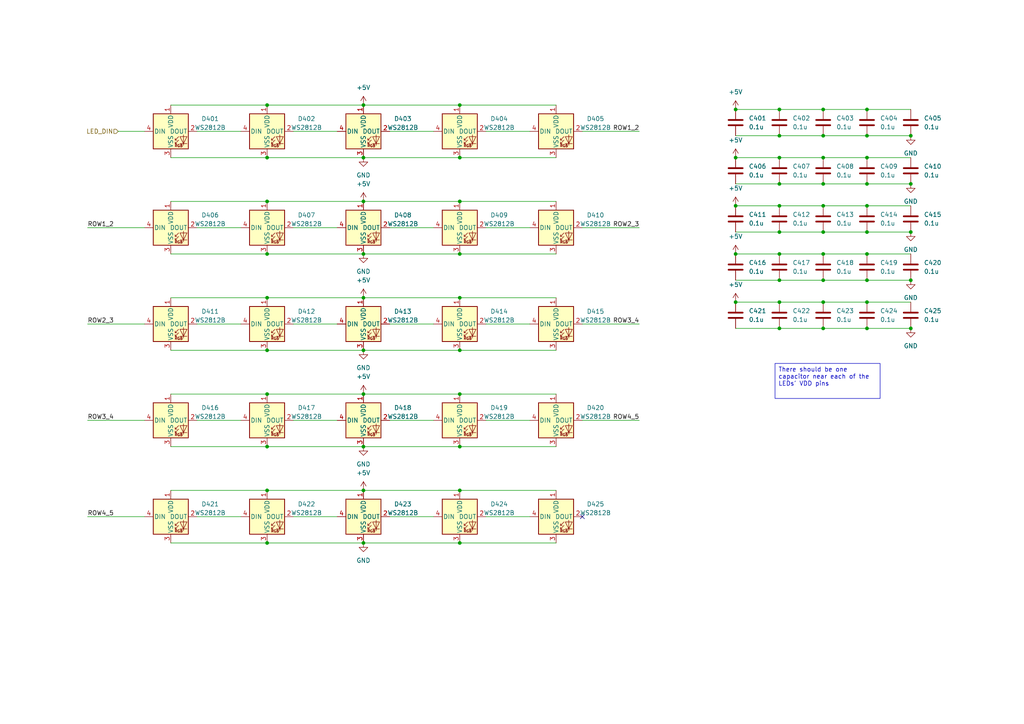
<source format=kicad_sch>
(kicad_sch (version 20230121) (generator eeschema)
  (paper "A4")
  (lib_symbols
    (symbol "Device:C" (pin_numbers hide) (pin_names (offset 0.254))
      (property "Reference" "C" (at 0.635 2.54 0))
      (property "Value" "C" (at 0.635 -2.54 0))
      (symbol "C_0_1"
        (polyline (pts (xy -2.032 -0.762) (xy 2.032 -0.762)) (stroke (width 0.508)))
        (polyline (pts (xy -2.032 0.762) (xy 2.032 0.762)) (stroke (width 0.508)))
      )
      (symbol "C_1_1"
        (pin passive line (at 0 3.81 270) (length 2.794) (name "~") (number "1"))
        (pin passive line (at 0 -3.81 90) (length 2.794) (name "~") (number "2"))
      )
    )
    (symbol "LED:WS2812B" (pin_names (offset 0.254))
      (property "Reference" "D" (at 5.08 5.715 0))
      (property "Value" "WS2812B" (at 1.27 -5.715 0))
      (symbol "WS2812B_0_0"
        (text "RGB" (at 2.286 -4.191 0) (effects (font (size 0.762 0.762))))
      )
      (symbol "WS2812B_0_1"
        (polyline (pts (xy 1.27 -3.556) (xy 1.778 -3.556)))
        (polyline (pts (xy 1.27 -2.54) (xy 1.778 -2.54)))
        (polyline (pts (xy 4.699 -3.556) (xy 2.667 -3.556)))
        (polyline (pts (xy 2.286 -2.54) (xy 1.27 -3.556) (xy 1.27 -3.048)))
        (polyline (pts (xy 2.286 -1.524) (xy 1.27 -2.54) (xy 1.27 -2.032)))
        (polyline (pts (xy 3.683 -1.016) (xy 3.683 -3.556) (xy 3.683 -4.064)))
        (polyline (pts (xy 4.699 -1.524) (xy 2.667 -1.524) (xy 3.683 -3.556) (xy 4.699 -1.524)))
        (rectangle (start 5.08 5.08) (end -5.08 -5.08) (stroke (width 0.254)) (fill (type background)))
      )
      (symbol "WS2812B_1_1"
        (pin power_in line (at 0 7.62 270) (length 2.54) (name "VDD") (number "1"))
        (pin output line (at 7.62 0 180) (length 2.54) (name "DOUT") (number "2"))
        (pin power_in line (at 0 -7.62 90) (length 2.54) (name "VSS") (number "3"))
        (pin input line (at -7.62 0 0) (length 2.54) (name "DIN") (number "4"))
      )
    )
    (symbol "power:+5V" (power) (pin_names (offset 0))
      (property "Value" "+5V" (at 0 3.556 0))
      (symbol "+5V_0_1"
        (polyline (pts (xy -0.762 1.27) (xy 0 2.54)))
        (polyline (pts (xy 0 0) (xy 0 2.54)))
        (polyline (pts (xy 0 2.54) (xy 0.762 1.27)))
      )
      (symbol "+5V_1_1"
        (pin power_in line (at 0 0 90) (length 0) hide (name "+5V") (number "1"))
      )
    )
    (symbol "power:GND" (power) (pin_names (offset 0))
      (property "Value" "GND" (at 0 -3.81 0))
      (symbol "GND_0_1"
        (polyline (pts (xy 0 0) (xy 0 -1.27) (xy 1.27 -1.27) (xy 0 -2.54) (xy -1.27 -1.27) (xy 0 -1.27)))
      )
      (symbol "GND_1_1"
        (pin power_in line (at 0 0 270) (length 0) hide (name "GND") (number "1"))
      )
    )
  )
  (junction (at 251.46 73.66))
  (junction (at 226.06 87.63))
  (junction (at 133.35 129.54))
  (junction (at 77.47 58.42))
  (junction (at 264.16 67.31))
  (junction (at 238.76 39.37))
  (junction (at 238.76 87.63))
  (junction (at 251.46 45.72))
  (junction (at 226.06 67.31))
  (junction (at 105.41 142.24))
  (junction (at 133.35 114.3))
  (junction (at 133.35 58.42))
  (junction (at 105.41 114.3))
  (junction (at 226.06 81.28))
  (junction (at 238.76 67.31))
  (junction (at 77.47 157.48))
  (junction (at 105.41 45.72))
  (junction (at 264.16 39.37))
  (junction (at 264.16 81.28))
  (junction (at 213.36 87.63))
  (junction (at 251.46 53.34))
  (junction (at 264.16 95.25))
  (junction (at 133.35 73.66))
  (junction (at 226.06 53.34))
  (junction (at 213.36 45.72))
  (junction (at 251.46 87.63))
  (junction (at 251.46 59.69))
  (junction (at 226.06 39.37))
  (junction (at 238.76 95.25))
  (junction (at 133.35 30.48))
  (junction (at 213.36 59.69))
  (junction (at 77.47 142.24))
  (junction (at 133.35 45.72))
  (junction (at 238.76 73.66))
  (junction (at 238.76 53.34))
  (junction (at 213.36 31.75))
  (junction (at 133.35 142.24))
  (junction (at 251.46 95.25))
  (junction (at 213.36 73.66))
  (junction (at 251.46 67.31))
  (junction (at 77.47 30.48))
  (junction (at 77.47 114.3))
  (junction (at 238.76 59.69))
  (junction (at 251.46 31.75))
  (junction (at 264.16 53.34))
  (junction (at 238.76 45.72))
  (junction (at 133.35 86.36))
  (junction (at 105.41 86.36))
  (junction (at 226.06 95.25))
  (junction (at 226.06 73.66))
  (junction (at 238.76 31.75))
  (junction (at 251.46 81.28))
  (junction (at 77.47 45.72))
  (junction (at 226.06 45.72))
  (junction (at 105.41 101.6))
  (junction (at 226.06 31.75))
  (junction (at 105.41 157.48))
  (junction (at 77.47 73.66))
  (junction (at 238.76 81.28))
  (junction (at 105.41 129.54))
  (junction (at 226.06 59.69))
  (junction (at 105.41 73.66))
  (junction (at 77.47 86.36))
  (junction (at 251.46 39.37))
  (junction (at 105.41 58.42))
  (junction (at 105.41 30.48))
  (junction (at 133.35 157.48))
  (junction (at 77.47 129.54))
  (junction (at 77.47 101.6))
  (junction (at 133.35 101.6))
  (no_connect (at 168.91 149.86))
  (wire (pts (xy 213.36 31.75) (xy 226.06 31.75)))
  (wire (pts (xy 49.53 114.3) (xy 77.47 114.3)))
  (wire (pts (xy 226.06 73.66) (xy 238.76 73.66)))
  (wire (pts (xy 213.36 45.72) (xy 226.06 45.72)))
  (wire (pts (xy 34.29 38.1) (xy 41.91 38.1)))
  (wire (pts (xy 251.46 39.37) (xy 264.16 39.37)))
  (wire (pts (xy 251.46 31.75) (xy 264.16 31.75)))
  (wire (pts (xy 85.09 93.98) (xy 97.79 93.98)))
  (wire (pts (xy 140.97 38.1) (xy 153.67 38.1)))
  (wire (pts (xy 85.09 38.1) (xy 97.79 38.1)))
  (wire (pts (xy 57.15 38.1) (xy 69.85 38.1)))
  (wire (pts (xy 251.46 95.25) (xy 264.16 95.25)))
  (wire (pts (xy 213.36 39.37) (xy 226.06 39.37)))
  (wire (pts (xy 77.47 142.24) (xy 105.41 142.24)))
  (wire (pts (xy 133.35 86.36) (xy 161.29 86.36)))
  (wire (pts (xy 238.76 39.37) (xy 251.46 39.37)))
  (wire (pts (xy 133.35 114.3) (xy 161.29 114.3)))
  (wire (pts (xy 105.41 142.24) (xy 133.35 142.24)))
  (wire (pts (xy 49.53 86.36) (xy 77.47 86.36)))
  (wire (pts (xy 41.91 149.86) (xy 25.4 149.86)))
  (wire (pts (xy 168.91 93.98) (xy 185.42 93.98)))
  (wire (pts (xy 77.47 73.66) (xy 105.41 73.66)))
  (wire (pts (xy 140.97 93.98) (xy 153.67 93.98)))
  (wire (pts (xy 213.36 73.66) (xy 226.06 73.66)))
  (wire (pts (xy 238.76 67.31) (xy 251.46 67.31)))
  (wire (pts (xy 226.06 31.75) (xy 238.76 31.75)))
  (wire (pts (xy 226.06 67.31) (xy 238.76 67.31)))
  (wire (pts (xy 133.35 129.54) (xy 161.29 129.54)))
  (wire (pts (xy 105.41 58.42) (xy 133.35 58.42)))
  (wire (pts (xy 238.76 73.66) (xy 251.46 73.66)))
  (wire (pts (xy 77.47 129.54) (xy 105.41 129.54)))
  (wire (pts (xy 49.53 142.24) (xy 77.47 142.24)))
  (wire (pts (xy 133.35 157.48) (xy 161.29 157.48)))
  (wire (pts (xy 251.46 87.63) (xy 264.16 87.63)))
  (wire (pts (xy 77.47 157.48) (xy 105.41 157.48)))
  (wire (pts (xy 49.53 45.72) (xy 77.47 45.72)))
  (wire (pts (xy 251.46 45.72) (xy 264.16 45.72)))
  (wire (pts (xy 113.03 121.92) (xy 125.73 121.92)))
  (wire (pts (xy 49.53 73.66) (xy 77.47 73.66)))
  (wire (pts (xy 213.36 59.69) (xy 226.06 59.69)))
  (wire (pts (xy 140.97 66.04) (xy 153.67 66.04)))
  (wire (pts (xy 213.36 81.28) (xy 226.06 81.28)))
  (wire (pts (xy 238.76 59.69) (xy 251.46 59.69)))
  (wire (pts (xy 77.47 114.3) (xy 105.41 114.3)))
  (wire (pts (xy 133.35 58.42) (xy 161.29 58.42)))
  (wire (pts (xy 113.03 149.86) (xy 125.73 149.86)))
  (wire (pts (xy 226.06 45.72) (xy 238.76 45.72)))
  (wire (pts (xy 77.47 30.48) (xy 105.41 30.48)))
  (wire (pts (xy 213.36 67.31) (xy 226.06 67.31)))
  (wire (pts (xy 140.97 121.92) (xy 153.67 121.92)))
  (wire (pts (xy 85.09 121.92) (xy 97.79 121.92)))
  (wire (pts (xy 226.06 81.28) (xy 238.76 81.28)))
  (wire (pts (xy 251.46 81.28) (xy 264.16 81.28)))
  (wire (pts (xy 77.47 86.36) (xy 105.41 86.36)))
  (wire (pts (xy 49.53 30.48) (xy 77.47 30.48)))
  (wire (pts (xy 213.36 95.25) (xy 226.06 95.25)))
  (wire (pts (xy 77.47 45.72) (xy 105.41 45.72)))
  (wire (pts (xy 226.06 39.37) (xy 238.76 39.37)))
  (wire (pts (xy 77.47 101.6) (xy 105.41 101.6)))
  (wire (pts (xy 251.46 53.34) (xy 264.16 53.34)))
  (wire (pts (xy 49.53 101.6) (xy 77.47 101.6)))
  (wire (pts (xy 213.36 53.34) (xy 226.06 53.34)))
  (wire (pts (xy 226.06 59.69) (xy 238.76 59.69)))
  (wire (pts (xy 238.76 81.28) (xy 251.46 81.28)))
  (wire (pts (xy 226.06 87.63) (xy 238.76 87.63)))
  (wire (pts (xy 133.35 45.72) (xy 161.29 45.72)))
  (wire (pts (xy 57.15 93.98) (xy 69.85 93.98)))
  (wire (pts (xy 105.41 157.48) (xy 133.35 157.48)))
  (wire (pts (xy 57.15 121.92) (xy 69.85 121.92)))
  (wire (pts (xy 57.15 66.04) (xy 69.85 66.04)))
  (wire (pts (xy 85.09 66.04) (xy 97.79 66.04)))
  (wire (pts (xy 168.91 66.04) (xy 185.42 66.04)))
  (wire (pts (xy 105.41 45.72) (xy 133.35 45.72)))
  (wire (pts (xy 77.47 58.42) (xy 105.41 58.42)))
  (wire (pts (xy 251.46 59.69) (xy 264.16 59.69)))
  (wire (pts (xy 168.91 38.1) (xy 185.42 38.1)))
  (wire (pts (xy 105.41 101.6) (xy 133.35 101.6)))
  (wire (pts (xy 226.06 53.34) (xy 238.76 53.34)))
  (wire (pts (xy 41.91 66.04) (xy 25.4 66.04)))
  (wire (pts (xy 133.35 30.48) (xy 161.29 30.48)))
  (wire (pts (xy 140.97 149.86) (xy 153.67 149.86)))
  (wire (pts (xy 105.41 30.48) (xy 133.35 30.48)))
  (wire (pts (xy 49.53 129.54) (xy 77.47 129.54)))
  (wire (pts (xy 251.46 67.31) (xy 264.16 67.31)))
  (wire (pts (xy 57.15 149.86) (xy 69.85 149.86)))
  (wire (pts (xy 105.41 114.3) (xy 133.35 114.3)))
  (wire (pts (xy 49.53 157.48) (xy 77.47 157.48)))
  (wire (pts (xy 113.03 93.98) (xy 125.73 93.98)))
  (wire (pts (xy 85.09 149.86) (xy 97.79 149.86)))
  (wire (pts (xy 238.76 31.75) (xy 251.46 31.75)))
  (wire (pts (xy 133.35 101.6) (xy 161.29 101.6)))
  (wire (pts (xy 251.46 73.66) (xy 264.16 73.66)))
  (wire (pts (xy 113.03 38.1) (xy 125.73 38.1)))
  (wire (pts (xy 133.35 73.66) (xy 161.29 73.66)))
  (wire (pts (xy 105.41 73.66) (xy 133.35 73.66)))
  (wire (pts (xy 238.76 95.25) (xy 251.46 95.25)))
  (wire (pts (xy 49.53 58.42) (xy 77.47 58.42)))
  (wire (pts (xy 238.76 45.72) (xy 251.46 45.72)))
  (wire (pts (xy 105.41 86.36) (xy 133.35 86.36)))
  (wire (pts (xy 105.41 129.54) (xy 133.35 129.54)))
  (wire (pts (xy 113.03 66.04) (xy 125.73 66.04)))
  (wire (pts (xy 238.76 87.63) (xy 251.46 87.63)))
  (wire (pts (xy 41.91 121.92) (xy 25.4 121.92)))
  (wire (pts (xy 41.91 93.98) (xy 25.4 93.98)))
  (wire (pts (xy 168.91 121.92) (xy 185.42 121.92)))
  (wire (pts (xy 226.06 95.25) (xy 238.76 95.25)))
  (wire (pts (xy 133.35 142.24) (xy 161.29 142.24)))
  (wire (pts (xy 238.76 53.34) (xy 251.46 53.34)))
  (wire (pts (xy 213.36 87.63) (xy 226.06 87.63)))
  (text_box "There should be one capacitor near each of the LEDs' VDD pins" (at 224.79 105.41 0) (size 30.48 10.16) (effects (font (size 1.27 1.27)) (justify left top)))
  (label "ROW1_2" (at 185.42 38.1 180))
  (label "ROW1_2" (at 25.4 66.04 0))
  (label "ROW3_4" (at 185.42 93.98 180))
  (label "ROW2_3" (at 185.42 66.04 180))
  (label "ROW4_5" (at 185.42 121.92 180))
  (label "ROW3_4" (at 25.4 121.92 0))
  (label "ROW2_3" (at 25.4 93.98 0))
  (label "ROW4_5" (at 25.4 149.86 0))
  (hierarchical_label "LED_DIN" (shape input) (at 34.29 38.1 180))
  (symbol (lib_id "Device:C") (at 264.16 91.44 0) (unit 1)
    (property "Reference" "C425" (at 267.97 90.17 0) (effects (justify left)))
    (property "Value" "0.1u" (at 267.97 92.71 0) (effects (justify left)))
    (property "Description" "CAP CER 0.1u 10V" (effects hide))
  )
  (symbol (lib_id "Device:C") (at 251.46 49.53 0) (unit 1)
    (property "Reference" "C409" (at 255.27 48.26 0) (effects (justify left)))
    (property "Value" "0.1u" (at 255.27 50.8 0) (effects (justify left)))
    (property "Description" "CAP CER 0.1u 10V" (effects hide))
  )
  (symbol (lib_id "Device:C") (at 213.36 49.53 0) (unit 1)
    (property "Reference" "C406" (at 217.17 48.26 0) (effects (justify left)))
    (property "Value" "0.1u" (at 217.17 50.8 0) (effects (justify left)))
    (property "Description" "CAP CER 0.1u 10V" (effects hide))
  )
  (symbol (lib_id "power:+5V") (at 213.36 31.75 0) (unit 1)
    (property "Reference" "#PWR0416" (effects hide))
    (property "Value" "+5V" (at 213.36 26.67 0))
  )
  (symbol (lib_id "power:GND") (at 105.41 157.48 0) (unit 1)
    (property "Reference" "#PWR0410" (effects hide))
    (property "Value" "GND" (at 105.41 162.56 0))
  )
  (symbol (lib_id "LED:WS2812B") (at 161.29 66.04 0) (unit 1)
    (property "Reference" "D410" (at 172.72 62.3921 0))
    (property "Value" "WS2812B" (at 172.72 64.9321 0))
    (property "Footprint" "LED_SMD:LED_WS2812B_PLCC4_5.0x5.0mm_P3.2mm" (effects hide))
    (property "Datasheet" "https://cdn-shop.adafruit.com/datasheets/WS2812B.pdf" (effects hide))
  )
  (symbol (lib_id "LED:WS2812B") (at 161.29 93.98 0) (unit 1)
    (property "Reference" "D415" (at 172.72 90.3321 0))
    (property "Value" "WS2812B" (at 172.72 92.8721 0))
    (property "Footprint" "LED_SMD:LED_WS2812B_PLCC4_5.0x5.0mm_P3.2mm" (effects hide))
    (property "Datasheet" "https://cdn-shop.adafruit.com/datasheets/WS2812B.pdf" (effects hide))
  )
  (symbol (lib_id "LED:WS2812B") (at 105.41 66.04 0) (unit 1)
    (property "Reference" "D408" (at 116.84 62.3921 0))
    (property "Value" "WS2812B" (at 116.84 64.9321 0))
    (property "Footprint" "LED_SMD:LED_WS2812B_PLCC4_5.0x5.0mm_P3.2mm" (effects hide))
    (property "Datasheet" "https://cdn-shop.adafruit.com/datasheets/WS2812B.pdf" (effects hide))
  )
  (symbol (lib_id "power:GND") (at 264.16 53.34 0) (unit 1)
    (property "Reference" "#PWR0412" (effects hide))
    (property "Value" "GND" (at 264.16 58.42 0))
  )
  (symbol (lib_id "Device:C") (at 251.46 35.56 0) (unit 1)
    (property "Reference" "C404" (at 255.27 34.29 0) (effects (justify left)))
    (property "Value" "0.1u" (at 255.27 36.83 0) (effects (justify left)))
    (property "Description" "CAP CER 0.1u 10V" (effects hide))
  )
  (symbol (lib_id "LED:WS2812B") (at 133.35 66.04 0) (unit 1)
    (property "Reference" "D409" (at 144.78 62.3921 0))
    (property "Value" "WS2812B" (at 144.78 64.9321 0))
    (property "Footprint" "LED_SMD:LED_WS2812B_PLCC4_5.0x5.0mm_P3.2mm" (effects hide))
    (property "Datasheet" "https://cdn-shop.adafruit.com/datasheets/WS2812B.pdf" (effects hide))
  )
  (symbol (lib_id "Device:C") (at 264.16 49.53 0) (unit 1)
    (property "Reference" "C410" (at 267.97 48.26 0) (effects (justify left)))
    (property "Value" "0.1u" (at 267.97 50.8 0) (effects (justify left)))
    (property "Description" "CAP CER 0.1u 10V" (effects hide))
  )
  (symbol (lib_id "power:GND") (at 264.16 39.37 0) (unit 1)
    (property "Reference" "#PWR0411" (effects hide))
    (property "Value" "GND" (at 264.16 44.45 0))
  )
  (symbol (lib_id "LED:WS2812B") (at 49.53 93.98 0) (unit 1)
    (property "Reference" "D411" (at 60.96 90.3321 0))
    (property "Value" "WS2812B" (at 60.96 92.8721 0))
    (property "Footprint" "LED_SMD:LED_WS2812B_PLCC4_5.0x5.0mm_P3.2mm" (effects hide))
    (property "Datasheet" "https://cdn-shop.adafruit.com/datasheets/WS2812B.pdf" (effects hide))
  )
  (symbol (lib_id "Device:C") (at 226.06 63.5 0) (unit 1)
    (property "Reference" "C412" (at 229.87 62.23 0) (effects (justify left)))
    (property "Value" "0.1u" (at 229.87 64.77 0) (effects (justify left)))
    (property "Description" "CAP CER 0.1u 10V" (effects hide))
  )
  (symbol (lib_id "power:GND") (at 264.16 95.25 0) (unit 1)
    (property "Reference" "#PWR0415" (effects hide))
    (property "Value" "GND" (at 264.16 100.33 0))
  )
  (symbol (lib_id "LED:WS2812B") (at 133.35 93.98 0) (unit 1)
    (property "Reference" "D414" (at 144.78 90.3321 0))
    (property "Value" "WS2812B" (at 144.78 92.8721 0))
    (property "Footprint" "LED_SMD:LED_WS2812B_PLCC4_5.0x5.0mm_P3.2mm" (effects hide))
    (property "Datasheet" "https://cdn-shop.adafruit.com/datasheets/WS2812B.pdf" (effects hide))
  )
  (symbol (lib_id "Device:C") (at 238.76 35.56 0) (unit 1)
    (property "Reference" "C403" (at 242.57 34.29 0) (effects (justify left)))
    (property "Value" "0.1u" (at 242.57 36.83 0) (effects (justify left)))
    (property "Description" "CAP CER 0.1u 10V" (effects hide))
  )
  (symbol (lib_id "LED:WS2812B") (at 77.47 38.1 0) (unit 1)
    (property "Reference" "D402" (at 88.9 34.4521 0))
    (property "Value" "WS2812B" (at 88.9 36.9921 0))
    (property "Footprint" "LED_SMD:LED_WS2812B_PLCC4_5.0x5.0mm_P3.2mm" (effects hide))
    (property "Datasheet" "https://cdn-shop.adafruit.com/datasheets/WS2812B.pdf" (effects hide))
  )
  (symbol (lib_id "LED:WS2812B") (at 49.53 66.04 0) (unit 1)
    (property "Reference" "D406" (at 60.96 62.3921 0))
    (property "Value" "WS2812B" (at 60.96 64.9321 0))
    (property "Footprint" "LED_SMD:LED_WS2812B_PLCC4_5.0x5.0mm_P3.2mm" (effects hide))
    (property "Datasheet" "https://cdn-shop.adafruit.com/datasheets/WS2812B.pdf" (effects hide))
  )
  (symbol (lib_id "power:+5V") (at 213.36 73.66 0) (unit 1)
    (property "Reference" "#PWR0419" (effects hide))
    (property "Value" "+5V" (at 213.36 68.58 0))
  )
  (symbol (lib_id "power:+5V") (at 213.36 59.69 0) (unit 1)
    (property "Reference" "#PWR0418" (effects hide))
    (property "Value" "+5V" (at 213.36 54.61 0))
  )
  (symbol (lib_id "power:+5V") (at 105.41 142.24 0) (unit 1)
    (property "Reference" "#PWR0409" (effects hide))
    (property "Value" "+5V" (at 105.41 137.16 0))
  )
  (symbol (lib_id "Device:C") (at 238.76 63.5 0) (unit 1)
    (property "Reference" "C413" (at 242.57 62.23 0) (effects (justify left)))
    (property "Value" "0.1u" (at 242.57 64.77 0) (effects (justify left)))
    (property "Description" "CAP CER 0.1u 10V" (effects hide))
  )
  (symbol (lib_id "power:GND") (at 105.41 129.54 0) (unit 1)
    (property "Reference" "#PWR0408" (effects hide))
    (property "Value" "GND" (at 105.41 134.62 0))
  )
  (symbol (lib_id "LED:WS2812B") (at 133.35 38.1 0) (unit 1)
    (property "Reference" "D404" (at 144.78 34.4521 0))
    (property "Value" "WS2812B" (at 144.78 36.9921 0))
    (property "Footprint" "LED_SMD:LED_WS2812B_PLCC4_5.0x5.0mm_P3.2mm" (effects hide))
    (property "Datasheet" "https://cdn-shop.adafruit.com/datasheets/WS2812B.pdf" (effects hide))
  )
  (symbol (lib_id "Device:C") (at 264.16 35.56 0) (unit 1)
    (property "Reference" "C405" (at 267.97 34.29 0) (effects (justify left)))
    (property "Value" "0.1u" (at 267.97 36.83 0) (effects (justify left)))
    (property "Description" "CAP CER 0.1u 10V" (effects hide))
  )
  (symbol (lib_id "Device:C") (at 251.46 91.44 0) (unit 1)
    (property "Reference" "C424" (at 255.27 90.17 0) (effects (justify left)))
    (property "Value" "0.1u" (at 255.27 92.71 0) (effects (justify left)))
    (property "Description" "CAP CER 0.1u 10V" (effects hide))
  )
  (symbol (lib_id "Device:C") (at 238.76 77.47 0) (unit 1)
    (property "Reference" "C418" (at 242.57 76.2 0) (effects (justify left)))
    (property "Value" "0.1u" (at 242.57 78.74 0) (effects (justify left)))
    (property "Description" "CAP CER 0.1u 10V" (effects hide))
  )
  (symbol (lib_id "LED:WS2812B") (at 161.29 121.92 0) (unit 1)
    (property "Reference" "D420" (at 172.72 118.2721 0))
    (property "Value" "WS2812B" (at 172.72 120.8121 0))
    (property "Footprint" "LED_SMD:LED_WS2812B_PLCC4_5.0x5.0mm_P3.2mm" (effects hide))
    (property "Datasheet" "https://cdn-shop.adafruit.com/datasheets/WS2812B.pdf" (effects hide))
  )
  (symbol (lib_id "Device:C") (at 264.16 77.47 0) (unit 1)
    (property "Reference" "C420" (at 267.97 76.2 0) (effects (justify left)))
    (property "Value" "0.1u" (at 267.97 78.74 0) (effects (justify left)))
    (property "Description" "CAP CER 0.1u 10V" (effects hide))
  )
  (symbol (lib_id "Device:C") (at 213.36 35.56 0) (unit 1)
    (property "Reference" "C401" (at 217.17 34.29 0) (effects (justify left)))
    (property "Value" "0.1u" (at 217.17 36.83 0) (effects (justify left)))
    (property "Description" "CAP CER 0.1u 10V" (effects hide))
  )
  (symbol (lib_id "LED:WS2812B") (at 49.53 38.1 0) (unit 1)
    (property "Reference" "D401" (at 60.96 34.4521 0))
    (property "Value" "WS2812B" (at 60.96 36.9921 0))
    (property "Footprint" "LED_SMD:LED_WS2812B_PLCC4_5.0x5.0mm_P3.2mm" (effects hide))
    (property "Datasheet" "https://cdn-shop.adafruit.com/datasheets/WS2812B.pdf" (effects hide))
  )
  (symbol (lib_id "LED:WS2812B") (at 105.41 149.86 0) (unit 1)
    (property "Reference" "D423" (at 116.84 146.2121 0))
    (property "Value" "WS2812B" (at 116.84 148.7521 0))
    (property "Footprint" "LED_SMD:LED_WS2812B_PLCC4_5.0x5.0mm_P3.2mm" (effects hide))
    (property "Datasheet" "https://cdn-shop.adafruit.com/datasheets/WS2812B.pdf" (effects hide))
  )
  (symbol (lib_id "Device:C") (at 251.46 63.5 0) (unit 1)
    (property "Reference" "C414" (at 255.27 62.23 0) (effects (justify left)))
    (property "Value" "0.1u" (at 255.27 64.77 0) (effects (justify left)))
    (property "Description" "CAP CER 0.1u 10V" (effects hide))
  )
  (symbol (lib_id "LED:WS2812B") (at 133.35 121.92 0) (unit 1)
    (property "Reference" "D419" (at 144.78 118.2721 0))
    (property "Value" "WS2812B" (at 144.78 120.8121 0))
    (property "Footprint" "LED_SMD:LED_WS2812B_PLCC4_5.0x5.0mm_P3.2mm" (effects hide))
    (property "Datasheet" "https://cdn-shop.adafruit.com/datasheets/WS2812B.pdf" (effects hide))
  )
  (symbol (lib_id "Device:C") (at 226.06 35.56 0) (unit 1)
    (property "Reference" "C402" (at 229.87 34.29 0) (effects (justify left)))
    (property "Value" "0.1u" (at 229.87 36.83 0) (effects (justify left)))
    (property "Description" "CAP CER 0.1u 10V" (effects hide))
  )
  (symbol (lib_id "Device:C") (at 213.36 77.47 0) (unit 1)
    (property "Reference" "C416" (at 217.17 76.2 0) (effects (justify left)))
    (property "Value" "0.1u" (at 217.17 78.74 0) (effects (justify left)))
    (property "Description" "CAP CER 0.1u 10V" (effects hide))
  )
  (symbol (lib_id "power:GND") (at 105.41 73.66 0) (unit 1)
    (property "Reference" "#PWR0404" (effects hide))
    (property "Value" "GND" (at 105.41 78.74 0))
  )
  (symbol (lib_id "LED:WS2812B") (at 77.47 121.92 0) (unit 1)
    (property "Reference" "D417" (at 88.9 118.2721 0))
    (property "Value" "WS2812B" (at 88.9 120.8121 0))
    (property "Footprint" "LED_SMD:LED_WS2812B_PLCC4_5.0x5.0mm_P3.2mm" (effects hide))
    (property "Datasheet" "https://cdn-shop.adafruit.com/datasheets/WS2812B.pdf" (effects hide))
  )
  (symbol (lib_id "power:GND") (at 105.41 45.72 0) (unit 1)
    (property "Reference" "#PWR0402" (effects hide))
    (property "Value" "GND" (at 105.41 50.8 0))
  )
  (symbol (lib_id "LED:WS2812B") (at 161.29 149.86 0) (unit 1)
    (property "Reference" "D425" (at 172.72 146.2121 0))
    (property "Value" "WS2812B" (at 172.72 148.7521 0))
    (property "Footprint" "LED_SMD:LED_WS2812B_PLCC4_5.0x5.0mm_P3.2mm" (effects hide))
    (property "Datasheet" "https://cdn-shop.adafruit.com/datasheets/WS2812B.pdf" (effects hide))
  )
  (symbol (lib_id "LED:WS2812B") (at 105.41 93.98 0) (unit 1)
    (property "Reference" "D413" (at 116.84 90.3321 0))
    (property "Value" "WS2812B" (at 116.84 92.8721 0))
    (property "Footprint" "LED_SMD:LED_WS2812B_PLCC4_5.0x5.0mm_P3.2mm" (effects hide))
    (property "Datasheet" "https://cdn-shop.adafruit.com/datasheets/WS2812B.pdf" (effects hide))
  )
  (symbol (lib_id "Device:C") (at 238.76 49.53 0) (unit 1)
    (property "Reference" "C408" (at 242.57 48.26 0) (effects (justify left)))
    (property "Value" "0.1u" (at 242.57 50.8 0) (effects (justify left)))
    (property "Description" "CAP CER 0.1u 10V" (effects hide))
  )
  (symbol (lib_id "LED:WS2812B") (at 77.47 66.04 0) (unit 1)
    (property "Reference" "D407" (at 88.9 62.3921 0))
    (property "Value" "WS2812B" (at 88.9 64.9321 0))
    (property "Footprint" "LED_SMD:LED_WS2812B_PLCC4_5.0x5.0mm_P3.2mm" (effects hide))
    (property "Datasheet" "https://cdn-shop.adafruit.com/datasheets/WS2812B.pdf" (effects hide))
  )
  (symbol (lib_id "power:GND") (at 264.16 81.28 0) (unit 1)
    (property "Reference" "#PWR0414" (effects hide))
    (property "Value" "GND" (at 264.16 86.36 0))
  )
  (symbol (lib_id "power:+5V") (at 105.41 58.42 0) (unit 1)
    (property "Reference" "#PWR0403" (effects hide))
    (property "Value" "+5V" (at 105.41 53.34 0))
  )
  (symbol (lib_id "Device:C") (at 251.46 77.47 0) (unit 1)
    (property "Reference" "C419" (at 255.27 76.2 0) (effects (justify left)))
    (property "Value" "0.1u" (at 255.27 78.74 0) (effects (justify left)))
    (property "Description" "CAP CER 0.1u 10V" (effects hide))
  )
  (symbol (lib_id "LED:WS2812B") (at 49.53 121.92 0) (unit 1)
    (property "Reference" "D416" (at 60.96 118.2721 0))
    (property "Value" "WS2812B" (at 60.96 120.8121 0))
    (property "Footprint" "LED_SMD:LED_WS2812B_PLCC4_5.0x5.0mm_P3.2mm" (effects hide))
    (property "Datasheet" "https://cdn-shop.adafruit.com/datasheets/WS2812B.pdf" (effects hide))
  )
  (symbol (lib_id "power:GND") (at 105.41 101.6 0) (unit 1)
    (property "Reference" "#PWR0406" (effects hide))
    (property "Value" "GND" (at 105.41 106.68 0))
  )
  (symbol (lib_id "Device:C") (at 226.06 77.47 0) (unit 1)
    (property "Reference" "C417" (at 229.87 76.2 0) (effects (justify left)))
    (property "Value" "0.1u" (at 229.87 78.74 0) (effects (justify left)))
    (property "Description" "CAP CER 0.1u 10V" (effects hide))
  )
  (symbol (lib_id "Device:C") (at 238.76 91.44 0) (unit 1)
    (property "Reference" "C423" (at 242.57 90.17 0) (effects (justify left)))
    (property "Value" "0.1u" (at 242.57 92.71 0) (effects (justify left)))
    (property "Description" "CAP CER 0.1u 10V" (effects hide))
  )
  (symbol (lib_id "Device:C") (at 213.36 63.5 0) (unit 1)
    (property "Reference" "C411" (at 217.17 62.23 0) (effects (justify left)))
    (property "Value" "0.1u" (at 217.17 64.77 0) (effects (justify left)))
    (property "Description" "CAP CER 0.1u 10V" (effects hide))
  )
  (symbol (lib_id "power:+5V") (at 105.41 86.36 0) (unit 1)
    (property "Reference" "#PWR0405" (effects hide))
    (property "Value" "+5V" (at 105.41 81.28 0))
  )
  (symbol (lib_id "power:+5V") (at 213.36 87.63 0) (unit 1)
    (property "Reference" "#PWR0420" (effects hide))
    (property "Value" "+5V" (at 213.36 82.55 0))
  )
  (symbol (lib_id "power:+5V") (at 105.41 30.48 0) (unit 1)
    (property "Reference" "#PWR0401" (effects hide))
    (property "Value" "+5V" (at 105.41 25.4 0))
  )
  (symbol (lib_id "power:+5V") (at 105.41 114.3 0) (unit 1)
    (property "Reference" "#PWR0407" (effects hide))
    (property "Value" "+5V" (at 105.41 109.22 0))
  )
  (symbol (lib_id "Device:C") (at 226.06 91.44 0) (unit 1)
    (property "Reference" "C422" (at 229.87 90.17 0) (effects (justify left)))
    (property "Value" "0.1u" (at 229.87 92.71 0) (effects (justify left)))
    (property "Description" "CAP CER 0.1u 10V" (effects hide))
  )
  (symbol (lib_id "power:GND") (at 264.16 67.31 0) (unit 1)
    (property "Reference" "#PWR0413" (effects hide))
    (property "Value" "GND" (at 264.16 72.39 0))
  )
  (symbol (lib_id "power:+5V") (at 213.36 45.72 0) (unit 1)
    (property "Reference" "#PWR0417" (effects hide))
    (property "Value" "+5V" (at 213.36 40.64 0))
  )
  (symbol (lib_id "LED:WS2812B") (at 105.41 121.92 0) (unit 1)
    (property "Reference" "D418" (at 116.84 118.2721 0))
    (property "Value" "WS2812B" (at 116.84 120.8121 0))
    (property "Footprint" "LED_SMD:LED_WS2812B_PLCC4_5.0x5.0mm_P3.2mm" (effects hide))
    (property "Datasheet" "https://cdn-shop.adafruit.com/datasheets/WS2812B.pdf" (effects hide))
  )
  (symbol (lib_id "LED:WS2812B") (at 161.29 38.1 0) (unit 1)
    (property "Reference" "D405" (at 172.72 34.4521 0))
    (property "Value" "WS2812B" (at 172.72 36.9921 0))
    (property "Footprint" "LED_SMD:LED_WS2812B_PLCC4_5.0x5.0mm_P3.2mm" (effects hide))
    (property "Datasheet" "https://cdn-shop.adafruit.com/datasheets/WS2812B.pdf" (effects hide))
  )
  (symbol (lib_id "LED:WS2812B") (at 49.53 149.86 0) (unit 1)
    (property "Reference" "D421" (at 60.96 146.2121 0))
    (property "Value" "WS2812B" (at 60.96 148.7521 0))
    (property "Footprint" "LED_SMD:LED_WS2812B_PLCC4_5.0x5.0mm_P3.2mm" (effects hide))
    (property "Datasheet" "https://cdn-shop.adafruit.com/datasheets/WS2812B.pdf" (effects hide))
  )
  (symbol (lib_id "LED:WS2812B") (at 133.35 149.86 0) (unit 1)
    (property "Reference" "D424" (at 144.78 146.2121 0))
    (property "Value" "WS2812B" (at 144.78 148.7521 0))
    (property "Footprint" "LED_SMD:LED_WS2812B_PLCC4_5.0x5.0mm_P3.2mm" (effects hide))
    (property "Datasheet" "https://cdn-shop.adafruit.com/datasheets/WS2812B.pdf" (effects hide))
  )
  (symbol (lib_id "LED:WS2812B") (at 77.47 93.98 0) (unit 1)
    (property "Reference" "D412" (at 88.9 90.3321 0))
    (property "Value" "WS2812B" (at 88.9 92.8721 0))
    (property "Footprint" "LED_SMD:LED_WS2812B_PLCC4_5.0x5.0mm_P3.2mm" (effects hide))
    (property "Datasheet" "https://cdn-shop.adafruit.com/datasheets/WS2812B.pdf" (effects hide))
  )
  (symbol (lib_id "Device:C") (at 264.16 63.5 0) (unit 1)
    (property "Reference" "C415" (at 267.97 62.23 0) (effects (justify left)))
    (property "Value" "0.1u" (at 267.97 64.77 0) (effects (justify left)))
    (property "Description" "CAP CER 0.1u 10V" (effects hide))
  )
  (symbol (lib_id "LED:WS2812B") (at 105.41 38.1 0) (unit 1)
    (property "Reference" "D403" (at 116.84 34.4521 0))
    (property "Value" "WS2812B" (at 116.84 36.9921 0))
    (property "Footprint" "LED_SMD:LED_WS2812B_PLCC4_5.0x5.0mm_P3.2mm" (effects hide))
    (property "Datasheet" "https://cdn-shop.adafruit.com/datasheets/WS2812B.pdf" (effects hide))
  )
  (symbol (lib_id "LED:WS2812B") (at 77.47 149.86 0) (unit 1)
    (property "Reference" "D422" (at 88.9 146.2121 0))
    (property "Value" "WS2812B" (at 88.9 148.7521 0))
    (property "Footprint" "LED_SMD:LED_WS2812B_PLCC4_5.0x5.0mm_P3.2mm" (effects hide))
    (property "Datasheet" "https://cdn-shop.adafruit.com/datasheets/WS2812B.pdf" (effects hide))
  )
  (symbol (lib_id "Device:C") (at 226.06 49.53 0) (unit 1)
    (property "Reference" "C407" (at 229.87 48.26 0) (effects (justify left)))
    (property "Value" "0.1u" (at 229.87 50.8 0) (effects (justify left)))
    (property "Description" "CAP CER 0.1u 10V" (effects hide))
  )
  (symbol (lib_id "Device:C") (at 213.36 91.44 0) (unit 1)
    (property "Reference" "C421" (at 217.17 90.17 0) (effects (justify left)))
    (property "Value" "0.1u" (at 217.17 92.71 0) (effects (justify left)))
    (property "Description" "CAP CER 0.1u 10V" (effects hide))
  )
)
</source>
